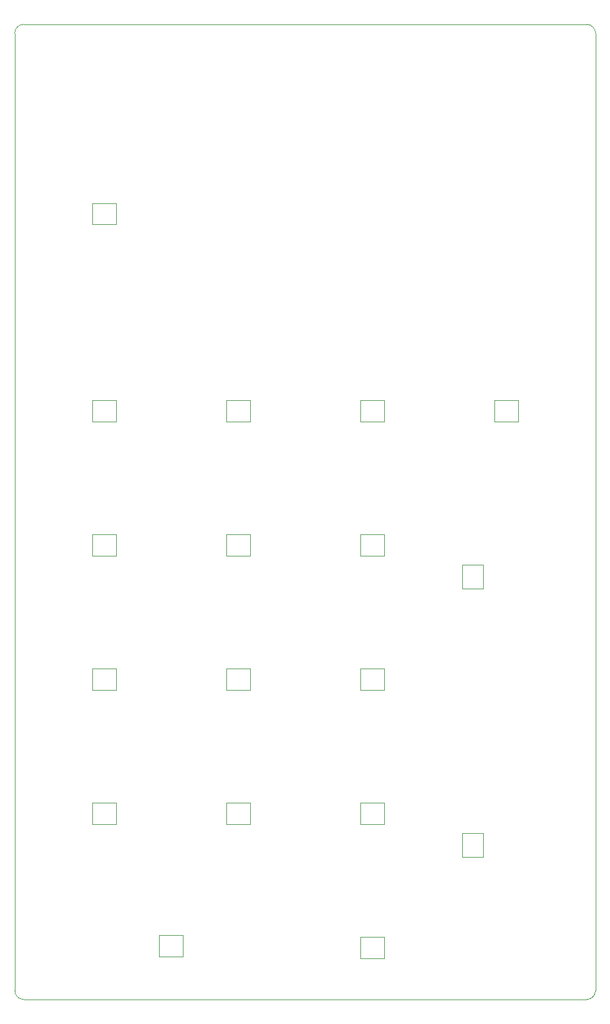
<source format=gbr>
%TF.GenerationSoftware,KiCad,Pcbnew,(5.1.6)-1*%
%TF.CreationDate,2021-02-05T01:20:54-05:00*%
%TF.ProjectId,Numpadulator,4e756d70-6164-4756-9c61-746f722e6b69,rev?*%
%TF.SameCoordinates,Original*%
%TF.FileFunction,Profile,NP*%
%FSLAX46Y46*%
G04 Gerber Fmt 4.6, Leading zero omitted, Abs format (unit mm)*
G04 Created by KiCad (PCBNEW (5.1.6)-1) date 2021-02-05 01:20:54*
%MOMM*%
%LPD*%
G01*
G04 APERTURE LIST*
%TA.AperFunction,Profile*%
%ADD10C,0.050000*%
%TD*%
%TA.AperFunction,Profile*%
%ADD11C,0.010000*%
%TD*%
G04 APERTURE END LIST*
D10*
X133350000Y-171450000D02*
G75*
G02*
X132080000Y-172720000I-1270000J0D01*
G01*
X130810000Y-172720000D02*
X132080000Y-172720000D01*
X132080000Y-34290000D02*
G75*
G02*
X133350000Y-35560000I0J-1270000D01*
G01*
X130810000Y-34290000D02*
X132080000Y-34290000D01*
X133350000Y-157480000D02*
X133350000Y-35560000D01*
X133350000Y-157480000D02*
X133350000Y-171450000D01*
X50800000Y-35560000D02*
X50800000Y-52578000D01*
X53340000Y-34290000D02*
X52070000Y-34290000D01*
X50800000Y-35560000D02*
G75*
G02*
X52070000Y-34290000I1270000J0D01*
G01*
X50800000Y-171450000D02*
X50800000Y-52578000D01*
X101600000Y-34290000D02*
X53340000Y-34290000D01*
X127508000Y-34290000D02*
X130810000Y-34290000D01*
X101600000Y-34290000D02*
X127508000Y-34290000D01*
X52070000Y-172720000D02*
X130810000Y-172720000D01*
X52070000Y-172720000D02*
G75*
G02*
X50800000Y-171450000I0J1270000D01*
G01*
D11*
%TO.C,SW16*%
X122350000Y-90687500D02*
X118950000Y-90687500D01*
X118950000Y-90687500D02*
X118950000Y-87687500D01*
X118950000Y-87687500D02*
X122350000Y-87687500D01*
X122350000Y-87687500D02*
X122350000Y-90687500D01*
%TO.C,SW2*%
X65200000Y-90687500D02*
X61800000Y-90687500D01*
X61800000Y-90687500D02*
X61800000Y-87687500D01*
X61800000Y-87687500D02*
X65200000Y-87687500D01*
X65200000Y-87687500D02*
X65200000Y-90687500D01*
%TO.C,SW1*%
X65200000Y-62684000D02*
X61800000Y-62684000D01*
X61800000Y-62684000D02*
X61800000Y-59684000D01*
X61800000Y-59684000D02*
X65200000Y-59684000D01*
X65200000Y-59684000D02*
X65200000Y-62684000D01*
%TO.C,SW12*%
X103300000Y-109737500D02*
X99900000Y-109737500D01*
X99900000Y-109737500D02*
X99900000Y-106737500D01*
X99900000Y-106737500D02*
X103300000Y-106737500D01*
X103300000Y-106737500D02*
X103300000Y-109737500D01*
%TO.C,SW15*%
X103300000Y-166887500D02*
X99900000Y-166887500D01*
X99900000Y-166887500D02*
X99900000Y-163887500D01*
X99900000Y-163887500D02*
X103300000Y-163887500D01*
X103300000Y-163887500D02*
X103300000Y-166887500D01*
%TO.C,SW14*%
X103300000Y-147837500D02*
X99900000Y-147837500D01*
X99900000Y-147837500D02*
X99900000Y-144837500D01*
X99900000Y-144837500D02*
X103300000Y-144837500D01*
X103300000Y-144837500D02*
X103300000Y-147837500D01*
%TO.C,SW13*%
X103300000Y-128787500D02*
X99900000Y-128787500D01*
X99900000Y-128787500D02*
X99900000Y-125787500D01*
X99900000Y-125787500D02*
X103300000Y-125787500D01*
X103300000Y-125787500D02*
X103300000Y-128787500D01*
%TO.C,SW11*%
X103300000Y-90687500D02*
X99900000Y-90687500D01*
X99900000Y-90687500D02*
X99900000Y-87687500D01*
X99900000Y-87687500D02*
X103300000Y-87687500D01*
X103300000Y-87687500D02*
X103300000Y-90687500D01*
%TO.C,SW10*%
X84250000Y-147837500D02*
X80850000Y-147837500D01*
X80850000Y-147837500D02*
X80850000Y-144837500D01*
X80850000Y-144837500D02*
X84250000Y-144837500D01*
X84250000Y-144837500D02*
X84250000Y-147837500D01*
%TO.C,SW9*%
X84250000Y-128787500D02*
X80850000Y-128787500D01*
X80850000Y-128787500D02*
X80850000Y-125787500D01*
X80850000Y-125787500D02*
X84250000Y-125787500D01*
X84250000Y-125787500D02*
X84250000Y-128787500D01*
%TO.C,SW8*%
X84250000Y-109737500D02*
X80850000Y-109737500D01*
X80850000Y-109737500D02*
X80850000Y-106737500D01*
X80850000Y-106737500D02*
X84250000Y-106737500D01*
X84250000Y-106737500D02*
X84250000Y-109737500D01*
%TO.C,SW7*%
X84250000Y-90687500D02*
X80850000Y-90687500D01*
X80850000Y-90687500D02*
X80850000Y-87687500D01*
X80850000Y-87687500D02*
X84250000Y-87687500D01*
X84250000Y-87687500D02*
X84250000Y-90687500D01*
%TO.C,SW5*%
X65200000Y-147837500D02*
X61800000Y-147837500D01*
X61800000Y-147837500D02*
X61800000Y-144837500D01*
X61800000Y-144837500D02*
X65200000Y-144837500D01*
X65200000Y-144837500D02*
X65200000Y-147837500D01*
%TO.C,SW4*%
X65200000Y-128787500D02*
X61800000Y-128787500D01*
X61800000Y-128787500D02*
X61800000Y-125787500D01*
X61800000Y-125787500D02*
X65200000Y-125787500D01*
X65200000Y-125787500D02*
X65200000Y-128787500D01*
%TO.C,SW3*%
X65200000Y-109737500D02*
X61800000Y-109737500D01*
X61800000Y-109737500D02*
X61800000Y-106737500D01*
X61800000Y-106737500D02*
X65200000Y-106737500D01*
X65200000Y-106737500D02*
X65200000Y-109737500D01*
%TO.C,D22*%
X114387500Y-114412500D02*
X114387500Y-111012500D01*
X114387500Y-111012500D02*
X117387500Y-111012500D01*
X117387500Y-111012500D02*
X117387500Y-114412500D01*
X117387500Y-114412500D02*
X114387500Y-114412500D01*
%TO.C,D21*%
X114387500Y-152512500D02*
X114387500Y-149112500D01*
X114387500Y-149112500D02*
X117387500Y-149112500D01*
X117387500Y-149112500D02*
X117387500Y-152512500D01*
X117387500Y-152512500D02*
X114387500Y-152512500D01*
%TO.C,D20*%
X74725000Y-166600000D02*
X71325000Y-166600000D01*
X71325000Y-166600000D02*
X71325000Y-163600000D01*
X71325000Y-163600000D02*
X74725000Y-163600000D01*
X74725000Y-163600000D02*
X74725000Y-166600000D01*
%TD*%
M02*

</source>
